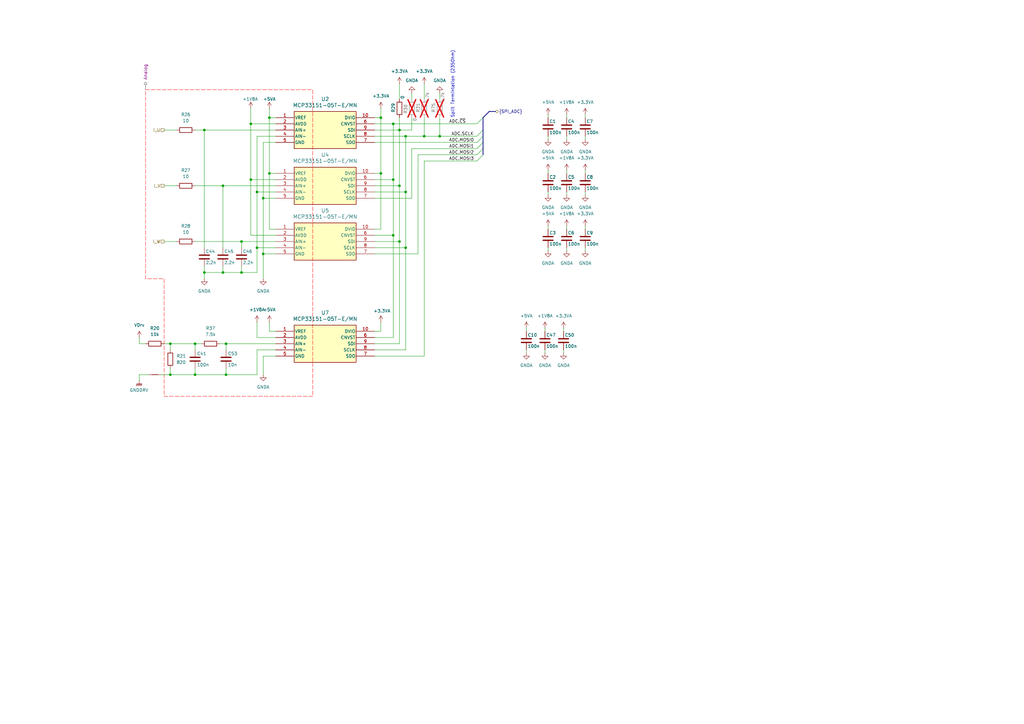
<source format=kicad_sch>
(kicad_sch (version 20250114) (generator "eeschema") (generator_version "9.0")
  (paper "A3")
  (title_block (title "ECMD7 Current + Voltage Feedback ADC") (date "2025-11-12") (rev "1.0"))
  (lib_symbols
    (symbol "Device:C" (pin_numbers (hide yes)) (pin_names (offset 0.254))
      (property "Reference" "C" (at 0.635 2.54 0))
      (property "Value" "C" (at 0.635 -2.54 0))
      (symbol "C_0_1"
        (polyline (pts (xy -2.032 0.762) (xy 2.032 0.762)) (stroke (width 0.508)))
        (polyline (pts (xy -2.032 -0.762) (xy 2.032 -0.762)) (stroke (width 0.508)))
      )
      (symbol "C_1_1"
        (pin passive line (at 0 3.81 270) (length 2.794) (name "~") (number "1"))
        (pin passive line (at 0 -3.81 90) (length 2.794) (name "~") (number "2"))
      )
    )
    (symbol "Device:NetTie_2" (pin_numbers (hide yes)) (pin_names (offset 0) (hide yes)) (in_bom no)
      (property "Reference" "NT" (at 0 1.27 0))
      (property "Value" "NetTie_2" (at 0 -1.27 0))
      (symbol "NetTie_2_0_1"
        (polyline (pts (xy -1.27 0) (xy 1.27 0)) (stroke (width 0.254)))
      )
      (symbol "NetTie_2_1_1"
        (pin passive line (at -2.54 0 0) (length 2.54) (name "1") (number "1"))
        (pin passive line (at 2.54 0 180) (length 2.54) (name "2") (number "2"))
      )
    )
    (symbol "Device:R" (pin_numbers (hide yes)) (pin_names (offset 0))
      (property "Reference" "R" (at 2.032 0 90))
      (property "Value" "R" (at 0 0 90))
      (symbol "R_0_1"
        (rectangle (start -1.016 -2.54) (end 1.016 2.54) (stroke (width 0.254)))
      )
      (symbol "R_1_1"
        (pin passive line (at 0 3.81 270) (length 1.27) (name "~") (number "1"))
        (pin passive line (at 0 -3.81 90) (length 1.27) (name "~") (number "2"))
      )
    )
    (symbol "SSTA:MCP33151-05T-E_MN" (pin_names (offset 0.254))
      (property "Reference" "U" (at 7.62 3.81 0))
      (property "Value" "MCP33151-05T-E/MN" (at 7.366 -14.478 0))
      (symbol "MCP33151-05T-E_MN_0_1"
        (pin power_in line (at 0 0 0) (length 7.62) (name "VREF") (number "1"))
        (pin power_in line (at 0 -2.54 0) (length 7.62) (name "AVDD") (number "2"))
        (pin power_in line (at 40.64 0 180) (length 7.62) (name "DVIO") (number "10"))
        (pin input line (at 40.64 -2.54 180) (length 7.62) (name "CNVST") (number "6"))
        (pin input line (at 40.64 -5.08 180) (length 7.62) (name "SDI") (number "9"))
        (pin input line (at 40.64 -7.62 180) (length 7.62) (name "SCLK") (number "8"))
        (pin output line (at 40.64 -10.16 180) (length 7.62) (name "SDO") (number "7"))
      )
      (symbol "MCP33151-05T-E_MN_1_1"
        (rectangle (start 7.62 2.54) (end 33.02 -12.7) (stroke (width 0.254)) (fill (type background)))
        (pin input line (at 0 -5.08 0) (length 7.62) (name "AIN+") (number "3"))
        (pin input line (at 0 -7.62 0) (length 7.62) (name "AIN-") (number "4"))
        (pin power_in line (at 0 -10.16 0) (length 7.62) (name "GND") (number "5"))
      )
    )
    (symbol "power:+3V3" (power) (pin_numbers (hide yes)) (pin_names (offset 0) (hide yes))
      (property "Value" "+3V3" (at 0 3.556 0))
      (symbol "+3V3_0_1"
        (polyline (pts (xy -0.762 1.27) (xy 0 2.54)))
        (polyline (pts (xy 0 2.54) (xy 0.762 1.27)))
        (polyline (pts (xy 0 0) (xy 0 2.54)))
      )
      (symbol "+3V3_1_1"
        (pin power_in line (at 0 0 90) (length 0) (name "~") (number "1"))
      )
    )
    (symbol "power:+5VA" (power) (pin_numbers (hide yes)) (pin_names (offset 0) (hide yes))
      (property "Value" "+5VA" (at 0 3.556 0))
      (symbol "+5VA_0_1"
        (polyline (pts (xy -0.762 1.27) (xy 0 2.54)))
        (polyline (pts (xy 0 2.54) (xy 0.762 1.27)))
        (polyline (pts (xy 0 0) (xy 0 2.54)))
      )
      (symbol "+5VA_1_1"
        (pin power_in line (at 0 0 90) (length 0) (name "~") (number "1"))
      )
    )
    (symbol "power:GNDA" (power) (pin_numbers (hide yes)) (pin_names (offset 0) (hide yes))
      (property "Value" "GNDA" (at 0 -3.81 0))
      (symbol "GNDA_0_1"
        (polyline (pts (xy 0 0) (xy 0 -1.27) (xy 1.27 -1.27) (xy 0 -2.54) (xy -1.27 -1.27) (xy 0 -1.27)))
      )
      (symbol "GNDA_1_1"
        (pin power_in line (at 0 0 270) (length 0) (name "~") (number "1"))
      )
    )
    (symbol "power:GNDPWR" (power) (pin_numbers (hide yes)) (pin_names (offset 0) (hide yes))
      (property "Value" "GNDPWR" (at 0 -3.302 0))
      (symbol "GNDPWR_0_1"
        (polyline (pts (xy -1.016 -1.27) (xy -1.27 -2.032) (xy -1.27 -2.032)) (stroke (width 0.2032)))
        (polyline (pts (xy -0.508 -1.27) (xy -0.762 -2.032) (xy -0.762 -2.032)) (stroke (width 0.2032)))
        (polyline (pts (xy 0 -1.27) (xy 0 0)))
        (polyline (pts (xy 0 -1.27) (xy -0.254 -2.032) (xy -0.254 -2.032)) (stroke (width 0.2032)))
        (polyline (pts (xy 0.508 -1.27) (xy 0.254 -2.032) (xy 0.254 -2.032)) (stroke (width 0.2032)))
        (polyline (pts (xy 1.016 -1.27) (xy -1.016 -1.27) (xy -1.016 -1.27)) (stroke (width 0.2032)))
        (polyline (pts (xy 1.016 -1.27) (xy 0.762 -2.032) (xy 0.762 -2.032) (xy 0.762 -2.032)) (stroke (width 0.2032)))
      )
      (symbol "GNDPWR_1_1"
        (pin power_in line (at 0 0 270) (length 0) (name "~") (number "1"))
      )
    )
    (symbol "power:Vdrive" (power) (pin_numbers (hide yes)) (pin_names (offset 0) (hide yes))
      (property "Value" "Vdrive" (at 0 3.556 0))
      (symbol "Vdrive_0_1"
        (polyline (pts (xy -0.762 1.27) (xy 0 2.54)))
        (polyline (pts (xy 0 2.54) (xy 0.762 1.27)))
        (polyline (pts (xy 0 0) (xy 0 2.54)))
      )
      (symbol "Vdrive_1_1"
        (pin power_in line (at 0 0 90) (length 0) (name "~") (number "1"))
      )
    )
  )
  (text "Split Termintation (235Ohm)" (at 185.674 34.544 90) (effects (font (size 1.27 1.27))))
  (junction (at 83.82 53.34))
  (junction (at 105.41 78.74))
  (junction (at 107.95 104.14))
  (junction (at 102.87 73.66))
  (junction (at 161.29 96.52))
  (junction (at 163.83 99.06))
  (junction (at 92.71 153.67))
  (junction (at 161.29 73.66))
  (junction (at 110.49 71.12))
  (junction (at 99.06 99.06))
  (junction (at 83.82 111.76))
  (junction (at 156.21 71.12))
  (junction (at 80.01 140.97))
  (junction (at 107.95 81.28))
  (junction (at 166.37 55.88))
  (junction (at 166.37 78.74))
  (junction (at 102.87 50.8))
  (junction (at 110.49 48.26))
  (junction (at 161.29 50.8))
  (junction (at 163.83 53.34))
  (junction (at 163.83 76.2))
  (junction (at 156.21 48.26))
  (junction (at 80.01 153.67))
  (junction (at 166.37 101.6))
  (junction (at 99.06 111.76))
  (junction (at 92.71 140.97))
  (junction (at 180.34 55.88))
  (junction (at 69.85 153.67))
  (junction (at 173.99 55.88))
  (junction (at 91.44 76.2))
  (junction (at 69.85 140.97))
  (junction (at 105.41 101.6))
  (junction (at 91.44 111.76))
  (bus_entry (at 198.12 53.34) (size -2.54 2.54))
  (bus_entry (at 198.12 58.42) (size -2.54 2.54))
  (bus_entry (at 198.12 48.26) (size -2.54 2.54))
  (bus_entry (at 198.12 60.96) (size -2.54 2.54))
  (bus_entry (at 198.12 63.5) (size -2.54 2.54))
  (bus_entry (at 198.12 55.88) (size -2.54 2.54))
  (wire (pts (xy 153.67 93.98) (xy 156.21 93.98)))
  (wire (pts (xy 113.03 99.06) (xy 99.06 99.06)))
  (wire (pts (xy 105.41 111.76) (xy 105.41 101.6)))
  (wire (pts (xy 69.85 140.97) (xy 69.85 143.51)))
  (wire (pts (xy 105.41 78.74) (xy 113.03 78.74)))
  (wire (pts (xy 232.41 101.6) (xy 232.41 102.87)))
  (bus (pts (xy 200.66 45.72) (xy 203.2 45.72)))
  (wire (pts (xy 153.67 48.26) (xy 156.21 48.26)))
  (wire (pts (xy 240.03 55.88) (xy 240.03 57.15)))
  (wire (pts (xy 91.44 109.22) (xy 91.44 111.76)))
  (wire (pts (xy 105.41 153.67) (xy 92.71 153.67)))
  (wire (pts (xy 105.41 143.51) (xy 105.41 153.67)))
  (wire (pts (xy 240.03 101.6) (xy 240.03 102.87)))
  (wire (pts (xy 215.9 134.62) (xy 215.9 135.89)))
  (wire (pts (xy 105.41 55.88) (xy 105.41 78.74)))
  (wire (pts (xy 107.95 104.14) (xy 113.03 104.14)))
  (wire (pts (xy 107.95 104.14) (xy 107.95 114.3)))
  (wire (pts (xy 168.91 53.34) (xy 163.83 53.34)))
  (bus (pts (xy 198.12 55.88) (xy 198.12 58.42)))
  (wire (pts (xy 224.79 55.88) (xy 224.79 57.15)))
  (wire (pts (xy 153.67 140.97) (xy 163.83 140.97)))
  (wire (pts (xy 113.03 55.88) (xy 105.41 55.88)))
  (wire (pts (xy 105.41 78.74) (xy 105.41 101.6)))
  (wire (pts (xy 163.83 99.06) (xy 163.83 76.2)))
  (wire (pts (xy 91.44 76.2) (xy 91.44 101.6)))
  (wire (pts (xy 83.82 53.34) (xy 83.82 101.6)))
  (wire (pts (xy 92.71 151.13) (xy 92.71 153.67)))
  (wire (pts (xy 168.91 48.26) (xy 168.91 53.34)))
  (wire (pts (xy 232.41 46.99) (xy 232.41 48.26)))
  (wire (pts (xy 232.41 78.74) (xy 232.41 80.01)))
  (wire (pts (xy 92.71 140.97) (xy 92.71 143.51)))
  (wire (pts (xy 153.67 146.05) (xy 173.99 146.05)))
  (wire (pts (xy 166.37 55.88) (xy 173.99 55.88)))
  (wire (pts (xy 232.41 92.71) (xy 232.41 93.98)))
  (wire (pts (xy 240.03 46.99) (xy 240.03 48.26)))
  (wire (pts (xy 173.99 34.29) (xy 173.99 40.64)))
  (wire (pts (xy 99.06 99.06) (xy 99.06 101.6)))
  (wire (pts (xy 232.41 55.88) (xy 232.41 57.15)))
  (wire (pts (xy 223.52 134.62) (xy 223.52 135.89)))
  (wire (pts (xy 231.14 143.51) (xy 231.14 144.78)))
  (wire (pts (xy 163.83 53.34) (xy 153.67 53.34)))
  (wire (pts (xy 224.79 69.85) (xy 224.79 71.12)))
  (wire (pts (xy 83.82 114.3) (xy 83.82 111.76)))
  (wire (pts (xy 232.41 69.85) (xy 232.41 71.12)))
  (wire (pts (xy 240.03 92.71) (xy 240.03 93.98)))
  (wire (pts (xy 173.99 48.26) (xy 173.99 55.88)))
  (wire (pts (xy 102.87 50.8) (xy 113.03 50.8)))
  (wire (pts (xy 80.01 140.97) (xy 69.85 140.97)))
  (wire (pts (xy 110.49 71.12) (xy 110.49 93.98)))
  (wire (pts (xy 113.03 58.42) (xy 107.95 58.42)))
  (wire (pts (xy 163.83 34.29) (xy 163.83 40.64)))
  (wire (pts (xy 67.31 53.34) (xy 72.39 53.34)))
  (wire (pts (xy 153.67 99.06) (xy 163.83 99.06)))
  (wire (pts (xy 67.31 99.06) (xy 72.39 99.06)))
  (wire (pts (xy 166.37 78.74) (xy 166.37 55.88)))
  (wire (pts (xy 173.99 66.04) (xy 195.58 66.04)))
  (wire (pts (xy 153.67 58.42) (xy 195.58 58.42)))
  (wire (pts (xy 171.45 63.5) (xy 195.58 63.5)))
  (wire (pts (xy 57.15 156.21) (xy 57.15 153.67)))
  (wire (pts (xy 156.21 48.26) (xy 156.21 71.12)))
  (wire (pts (xy 110.49 48.26) (xy 113.03 48.26)))
  (wire (pts (xy 161.29 96.52) (xy 153.67 96.52)))
  (wire (pts (xy 105.41 143.51) (xy 113.03 143.51)))
  (wire (pts (xy 173.99 146.05) (xy 173.99 66.04)))
  (wire (pts (xy 69.85 153.67) (xy 80.01 153.67)))
  (wire (pts (xy 102.87 50.8) (xy 102.87 73.66)))
  (wire (pts (xy 180.34 48.26) (xy 180.34 55.88)))
  (wire (pts (xy 156.21 44.45) (xy 156.21 48.26)))
  (wire (pts (xy 107.95 81.28) (xy 107.95 104.14)))
  (wire (pts (xy 110.49 71.12) (xy 113.03 71.12)))
  (wire (pts (xy 153.67 50.8) (xy 161.29 50.8)))
  (wire (pts (xy 224.79 46.99) (xy 224.79 48.26)))
  (wire (pts (xy 91.44 111.76) (xy 99.06 111.76)))
  (wire (pts (xy 231.14 134.62) (xy 231.14 135.89)))
  (wire (pts (xy 107.95 58.42) (xy 107.95 81.28)))
  (wire (pts (xy 107.95 81.28) (xy 113.03 81.28)))
  (wire (pts (xy 153.67 135.89) (xy 156.21 135.89)))
  (wire (pts (xy 105.41 101.6) (xy 113.03 101.6)))
  (wire (pts (xy 92.71 140.97) (xy 113.03 140.97)))
  (wire (pts (xy 180.34 38.1) (xy 180.34 40.64)))
  (wire (pts (xy 57.15 138.43) (xy 57.15 140.97)))
  (wire (pts (xy 153.67 104.14) (xy 171.45 104.14)))
  (wire (pts (xy 80.01 53.34) (xy 83.82 53.34)))
  (wire (pts (xy 67.31 140.97) (xy 69.85 140.97)))
  (wire (pts (xy 83.82 111.76) (xy 91.44 111.76)))
  (wire (pts (xy 171.45 104.14) (xy 171.45 63.5)))
  (bus (pts (xy 200.66 45.72) (xy 198.12 48.26)))
  (wire (pts (xy 107.95 146.05) (xy 113.03 146.05)))
  (wire (pts (xy 173.99 55.88) (xy 180.34 55.88)))
  (bus (pts (xy 198.12 60.96) (xy 198.12 63.5)))
  (wire (pts (xy 153.67 78.74) (xy 166.37 78.74)))
  (wire (pts (xy 57.15 140.97) (xy 59.69 140.97)))
  (wire (pts (xy 153.67 73.66) (xy 161.29 73.66)))
  (wire (pts (xy 107.95 146.05) (xy 107.95 153.67)))
  (wire (pts (xy 67.31 76.2) (xy 72.39 76.2)))
  (wire (pts (xy 83.82 53.34) (xy 113.03 53.34)))
  (wire (pts (xy 80.01 140.97) (xy 80.01 143.51)))
  (wire (pts (xy 99.06 111.76) (xy 105.41 111.76)))
  (wire (pts (xy 153.67 101.6) (xy 166.37 101.6)))
  (wire (pts (xy 163.83 76.2) (xy 163.83 53.34)))
  (wire (pts (xy 153.67 71.12) (xy 156.21 71.12)))
  (wire (pts (xy 91.44 76.2) (xy 113.03 76.2)))
  (wire (pts (xy 113.03 93.98) (xy 110.49 93.98)))
  (wire (pts (xy 153.67 81.28) (xy 168.91 81.28)))
  (wire (pts (xy 105.41 132.08) (xy 105.41 138.43)))
  (wire (pts (xy 163.83 48.26) (xy 163.83 53.34)))
  (wire (pts (xy 180.34 55.88) (xy 195.58 55.88)))
  (wire (pts (xy 83.82 109.22) (xy 83.82 111.76)))
  (wire (pts (xy 80.01 99.06) (xy 99.06 99.06)))
  (bus (pts (xy 198.12 48.26) (xy 198.12 53.34)))
  (wire (pts (xy 102.87 44.45) (xy 102.87 50.8)))
  (wire (pts (xy 168.91 40.64) (xy 168.91 38.1)))
  (wire (pts (xy 161.29 50.8) (xy 195.58 50.8)))
  (wire (pts (xy 161.29 73.66) (xy 161.29 96.52)))
  (wire (pts (xy 223.52 143.51) (xy 223.52 144.78)))
  (wire (pts (xy 110.49 132.08) (xy 110.49 135.89)))
  (wire (pts (xy 102.87 73.66) (xy 102.87 96.52)))
  (wire (pts (xy 166.37 143.51) (xy 166.37 101.6)))
  (wire (pts (xy 105.41 138.43) (xy 113.03 138.43)))
  (wire (pts (xy 240.03 69.85) (xy 240.03 71.12)))
  (wire (pts (xy 82.55 140.97) (xy 80.01 140.97)))
  (wire (pts (xy 80.01 153.67) (xy 92.71 153.67)))
  (wire (pts (xy 80.01 76.2) (xy 91.44 76.2)))
  (wire (pts (xy 224.79 92.71) (xy 224.79 93.98)))
  (bus (pts (xy 198.12 53.34) (xy 198.12 55.88)))
  (wire (pts (xy 80.01 151.13) (xy 80.01 153.67)))
  (wire (pts (xy 153.67 76.2) (xy 163.83 76.2)))
  (bus (pts (xy 198.12 58.42) (xy 198.12 60.96)))
  (wire (pts (xy 161.29 50.8) (xy 161.29 73.66)))
  (wire (pts (xy 110.49 48.26) (xy 110.49 71.12)))
  (wire (pts (xy 166.37 55.88) (xy 153.67 55.88)))
  (wire (pts (xy 156.21 135.89) (xy 156.21 132.08)))
  (wire (pts (xy 168.91 81.28) (xy 168.91 60.96)))
  (wire (pts (xy 113.03 96.52) (xy 102.87 96.52)))
  (wire (pts (xy 90.17 140.97) (xy 92.71 140.97)))
  (wire (pts (xy 66.04 153.67) (xy 69.85 153.67)))
  (wire (pts (xy 215.9 143.51) (xy 215.9 144.78)))
  (wire (pts (xy 153.67 138.43) (xy 161.29 138.43)))
  (wire (pts (xy 224.79 78.74) (xy 224.79 80.01)))
  (wire (pts (xy 166.37 101.6) (xy 166.37 78.74)))
  (wire (pts (xy 102.87 73.66) (xy 113.03 73.66)))
  (wire (pts (xy 57.15 153.67) (xy 60.96 153.67)))
  (wire (pts (xy 161.29 138.43) (xy 161.29 96.52)))
  (wire (pts (xy 99.06 109.22) (xy 99.06 111.76)))
  (wire (pts (xy 153.67 143.51) (xy 166.37 143.51)))
  (wire (pts (xy 163.83 140.97) (xy 163.83 99.06)))
  (wire (pts (xy 69.85 153.67) (xy 69.85 151.13)))
  (wire (pts (xy 156.21 71.12) (xy 156.21 93.98)))
  (wire (pts (xy 224.79 101.6) (xy 224.79 102.87)))
  (wire (pts (xy 240.03 78.74) (xy 240.03 80.01)))
  (wire (pts (xy 110.49 135.89) (xy 113.03 135.89)))
  (wire (pts (xy 168.91 60.96) (xy 195.58 60.96)))
  (wire (pts (xy 110.49 48.26) (xy 110.49 44.45)))
  (label "ADC.~{CS}" (at 184.15 50.8 0))
  (label "ADC.SCLK" (at 194.31 55.88 180))
  (label "ADC.MOSI2" (at 184.15 63.5 0))
  (label "ADC.MOSI3" (at 184.15 66.04 0))
  (label "ADC.MOSI0" (at 184.15 58.42 0))
  (label "ADC.MOSI1" (at 184.15 60.96 0))
  (hierarchical_label "{SPI_ADC}" (shape bidirectional) (at 203.2 45.72 0))
  (hierarchical_label "I_W" (shape passive) (at 67.31 99.06 180))
  (hierarchical_label "I_V" (shape passive) (at 67.31 76.2 180))
  (hierarchical_label "I_U" (shape passive) (at 67.31 53.34 180))
  (rule_area (polyline (pts (xy 59.69 36.83) (xy 128.27 36.83) (xy 128.27 162.56) (xy 67.31 162.56) (xy 67.31 114.3) (xy 59.69 114.3)) (stroke (width 0) (type dash))))
  (netclass_flag "" (length 2.54) (shape round) (at 59.69 36.83 0) (property "Netclass" "Analog" (at 59.69 32.766 90) (effects (justify left))))
  (symbol (lib_id "power:+3V3") (at 163.83 34.29 0) (unit 1)
    (property "Reference" "#PWR081" (effects (hide yes)))
    (property "Value" "+3.3VA" (at 163.83 29.21 0))
    (property "Description" "Power symbol creates a global label with name \"+3V3\"" (effects (hide yes)))
  )
  (symbol (lib_id "power:+3V3") (at 173.99 34.29 0) (unit 1)
    (property "Reference" "#PWR086" (effects (hide yes)))
    (property "Value" "+3.3VA" (at 173.99 29.21 0))
    (property "Description" "Power symbol creates a global label with name \"+3V3\"" (effects (hide yes)))
  )
  (symbol (lib_id "Device:R") (at 76.2 99.06 90) (unit 1)
    (property "Reference" "R28" (at 76.2 92.71 90))
    (property "Value" "10" (at 76.2 95.25 90))
    (property "Footprint" "Resistor_SMD:R_0805_2012Metric" (effects (hide yes)))
    (property "Description" "Resistor" (effects (hide yes)))
  )
  (symbol (lib_id "Device:C") (at 91.44 105.41 0) (unit 1) (exclude_from_sim yes)
    (property "Reference" "C45" (at 91.948 103.124 0) (effects (justify left)))
    (property "Value" "2.2n" (at 91.948 107.696 0) (effects (justify left)))
    (property "Footprint" "Capacitor_SMD:C_0805_2012Metric" (effects (hide yes)))
    (property "Description" "Unpolarized capacitor" (effects (hide yes)))
  )
  (symbol (lib_id "power:+5VA") (at 232.41 46.99 0) (unit 1)
    (property "Reference" "#PWR012" (effects (hide yes)))
    (property "Value" "+1V8A" (at 232.41 41.91 0))
    (property "Description" "Power symbol creates a global label with name \"+5VA\"" (effects (hide yes)))
  )
  (symbol (lib_id "Device:C") (at 240.03 74.93 0) (unit 1) (exclude_from_sim yes)
    (property "Reference" "C8" (at 240.538 72.644 0) (effects (justify left)))
    (property "Value" "100n" (at 240.538 77.216 0) (effects (justify left)))
    (property "Footprint" "Capacitor_SMD:C_0805_2012Metric" (effects (hide yes)))
    (property "Description" "Unpolarized capacitor" (effects (hide yes)))
  )
  (symbol (lib_id "Device:R") (at 63.5 140.97 90) (unit 1) (exclude_from_sim yes)
    (property "Reference" "R20" (at 63.5 134.62 90))
    (property "Value" "10k" (at 63.5 137.16 90))
    (property "Footprint" "Resistor_SMD:R_0805_2012Metric" (effects (hide yes)))
    (property "Description" "Resistor" (effects (hide yes)))
  )
  (symbol (lib_id "Device:R") (at 168.91 44.45 0) (mirror y) (unit 1) (exclude_from_sim yes) (dnp yes)
    (property "Reference" "R30" (at 166.37 44.704 90))
    (property "Value" "0" (at 170.18 49.022 90))
    (property "Footprint" "Resistor_SMD:R_0805_2012Metric" (effects (hide yes)))
    (property "Description" "Resistor" (effects (hide yes)))
  )
  (symbol (lib_id "power:+5VA") (at 232.41 69.85 0) (unit 1)
    (property "Reference" "#PWR014" (effects (hide yes)))
    (property "Value" "+1V8A" (at 232.41 64.77 0))
    (property "Description" "Power symbol creates a global label with name \"+5VA\"" (effects (hide yes)))
  )
  (symbol (lib_id "power:GNDA") (at 107.95 153.67 0) (unit 1)
    (property "Reference" "#PWR083" (effects (hide yes)))
    (property "Value" "GNDA" (at 107.95 158.75 0))
    (property "Description" "Power symbol creates a global label with name \"GNDA\" , analog ground" (effects (hide yes)))
  )
  (symbol (lib_id "power:GNDA") (at 240.03 57.15 0) (unit 1)
    (property "Reference" "#PWR06" (effects (hide yes)))
    (property "Value" "GNDA" (at 240.03 62.23 0))
    (property "Description" "Power symbol creates a global label with name \"GNDA\" , analog ground" (effects (hide yes)))
  )
  (symbol (lib_id "Device:C") (at 224.79 74.93 0) (unit 1) (exclude_from_sim yes)
    (property "Reference" "C2" (at 225.298 72.644 0) (effects (justify left)))
    (property "Value" "100n" (at 225.298 77.216 0) (effects (justify left)))
    (property "Footprint" "Capacitor_SMD:C_0805_2012Metric" (effects (hide yes)))
    (property "Description" "Unpolarized capacitor" (effects (hide yes)))
  )
  (symbol (lib_id "Device:R") (at 69.85 147.32 0) (unit 1) (exclude_from_sim yes)
    (property "Reference" "R21" (at 72.39 146.0499 0) (effects (justify left)))
    (property "Value" "820" (at 72.39 148.5899 0) (effects (justify left)))
    (property "Footprint" "Resistor_SMD:R_0805_2012Metric" (effects (hide yes)))
    (property "Description" "Resistor" (effects (hide yes)))
  )
  (symbol (lib_id "power:GNDA") (at 224.79 102.87 0) (unit 1)
    (property "Reference" "#PWR075" (effects (hide yes)))
    (property "Value" "GNDA" (at 224.79 107.95 0))
    (property "Description" "Power symbol creates a global label with name \"GNDA\" , analog ground" (effects (hide yes)))
  )
  (symbol (lib_id "power:GNDPWR") (at 57.15 156.21 0) (unit 1)
    (property "Reference" "#PWR0139" (effects (hide yes)))
    (property "Value" "GNDDRV" (at 57.023 160.02 0))
    (property "Description" "Power symbol creates a global label with name \"GNDPWR\" , global ground" (effects (hide yes)))
  )
  (symbol (lib_id "power:+5VA") (at 232.41 92.71 0) (unit 1)
    (property "Reference" "#PWR074" (effects (hide yes)))
    (property "Value" "+1V8A" (at 232.41 87.63 0))
    (property "Description" "Power symbol creates a global label with name \"+5VA\"" (effects (hide yes)))
  )
  (symbol (lib_id "Device:NetTie_2") (at 63.5 153.67 180) (unit 1) (in_bom no)
    (property "Reference" "NTP2G3" (effects (hide yes)))
    (property "Value" "NetTie_2" (effects (hide yes)))
    (property "Footprint" "NetTie:NetTie-2_SMD_Pad0.5mm" (effects (hide yes)))
    (property "Description" "Net tie, 2 pins" (effects (hide yes)))
  )
  (symbol (lib_id "Device:C") (at 240.03 52.07 0) (unit 1) (exclude_from_sim yes)
    (property "Reference" "C7" (at 240.538 49.784 0) (effects (justify left)))
    (property "Value" "100n" (at 240.538 54.356 0) (effects (justify left)))
    (property "Footprint" "Capacitor_SMD:C_0805_2012Metric" (effects (hide yes)))
    (property "Description" "Unpolarized capacitor" (effects (hide yes)))
  )
  (symbol (lib_id "power:GNDA") (at 232.41 80.01 0) (unit 1)
    (property "Reference" "#PWR068" (effects (hide yes)))
    (property "Value" "GNDA" (at 232.41 85.09 0))
    (property "Description" "Power symbol creates a global label with name \"GNDA\" , analog ground" (effects (hide yes)))
  )
  (symbol (lib_id "Device:C") (at 224.79 97.79 0) (unit 1) (exclude_from_sim yes)
    (property "Reference" "C3" (at 225.298 95.504 0) (effects (justify left)))
    (property "Value" "100n" (at 225.298 100.076 0) (effects (justify left)))
    (property "Footprint" "Capacitor_SMD:C_0805_2012Metric" (effects (hide yes)))
    (property "Description" "Unpolarized capacitor" (effects (hide yes)))
  )
  (symbol (lib_id "Device:C") (at 232.41 74.93 0) (unit 1) (exclude_from_sim yes)
    (property "Reference" "C5" (at 232.918 72.644 0) (effects (justify left)))
    (property "Value" "100n" (at 232.918 77.216 0) (effects (justify left)))
    (property "Footprint" "Capacitor_SMD:C_0805_2012Metric" (effects (hide yes)))
    (property "Description" "Unpolarized capacitor" (effects (hide yes)))
  )
  (symbol (lib_id "power:GNDA") (at 180.34 38.1 180) (unit 1)
    (property "Reference" "#PWR079" (effects (hide yes)))
    (property "Value" "GNDA" (at 180.34 33.02 0))
    (property "Description" "Power symbol creates a global label with name \"GNDA\" , analog ground" (effects (hide yes)))
  )
  (symbol (lib_id "Device:R") (at 173.99 44.45 180) (unit 1) (exclude_from_sim yes) (dnp yes)
    (property "Reference" "R31" (at 171.45 44.196 90))
    (property "Value" "4.7k" (at 175.26 39.878 90))
    (property "Footprint" "Resistor_SMD:R_0805_2012Metric" (effects (hide yes)))
    (property "Description" "Resistor" (effects (hide yes)))
  )
  (symbol (lib_id "power:GNDA") (at 240.03 102.87 0) (unit 1)
    (property "Reference" "#PWR080" (effects (hide yes)))
    (property "Value" "GNDA" (at 240.03 107.95 0))
    (property "Description" "Power symbol creates a global label with name \"GNDA\" , analog ground" (effects (hide yes)))
  )
  (symbol (lib_id "power:GNDA") (at 224.79 57.15 0) (unit 1)
    (property "Reference" "#PWR03" (effects (hide yes)))
    (property "Value" "GNDA" (at 224.79 62.23 0))
    (property "Description" "Power symbol creates a global label with name \"GNDA\" , analog ground" (effects (hide yes)))
  )
  (symbol (lib_id "power:+3V3") (at 156.21 132.08 0) (unit 1)
    (property "Reference" "#PWR0110" (effects (hide yes)))
    (property "Value" "+3.3VA" (at 153.162 127.508 0) (effects (justify left)))
    (property "Description" "Power symbol creates a global label with name \"+3V3\"" (effects (hide yes)))
  )
  (symbol (lib_id "Device:C") (at 215.9 139.7 0) (unit 1) (exclude_from_sim yes)
    (property "Reference" "C10" (at 216.408 137.414 0) (effects (justify left)))
    (property "Value" "100n" (at 216.408 141.986 0) (effects (justify left)))
    (property "Footprint" "Capacitor_SMD:C_0805_2012Metric" (effects (hide yes)))
    (property "Description" "Unpolarized capacitor" (effects (hide yes)))
  )
  (symbol (lib_id "power:GNDA") (at 224.79 80.01 0) (unit 1)
    (property "Reference" "#PWR013" (effects (hide yes)))
    (property "Value" "GNDA" (at 224.79 85.09 0))
    (property "Description" "Power symbol creates a global label with name \"GNDA\" , analog ground" (effects (hide yes)))
  )
  (symbol (lib_id "power:+5VA") (at 110.49 132.08 0) (unit 1)
    (property "Reference" "#PWR091" (effects (hide yes)))
    (property "Value" "+5VA" (at 110.49 127 0))
    (property "Description" "Power symbol creates a global label with name \"+5VA\"" (effects (hide yes)))
  )
  (symbol (lib_id "power:GNDA") (at 83.82 114.3 0) (unit 1)
    (property "Reference" "#PWR0105" (effects (hide yes)))
    (property "Value" "GNDA" (at 83.82 119.38 0))
    (property "Description" "Power symbol creates a global label with name \"GNDA\" , analog ground" (effects (hide yes)))
  )
  (symbol (lib_id "SSTA:MCP33151-05T-E_MN") (at 113.03 48.26 0) (unit 1)
    (property "Reference" "U2" (at 133.35 40.64 0) (effects (font (size 1.524 1.524))))
    (property "Value" "MCP33151-05T-E/MN" (at 133.35 43.18 0) (effects (font (size 1.524 1.524))))
    (property "Footprint" "SSTA:TDFN10_MN_MCH" (effects (hide yes)))
    (property "Datasheet" "https://ww1.microchip.com/downloads/aemDocuments/documents/MSLD/ProductDocuments/DataSheets/MCP3315141-Data-Sheet-DS20006220.pdf" (effects (hide yes)))
    (property "Description" "500kS/s-1MS/s single channel ADC" (effects (hide yes)))
  )
  (symbol (lib_id "power:+3V3") (at 156.21 44.45 0) (unit 1)
    (property "Reference" "#PWR076" (effects (hide yes)))
    (property "Value" "+3.3VA" (at 156.21 39.37 0))
    (property "Description" "Power symbol creates a global label with name \"+3V3\"" (effects (hide yes)))
  )
  (symbol (lib_id "power:+3V3") (at 231.14 134.62 0) (unit 1)
    (property "Reference" "#PWR0107" (effects (hide yes)))
    (property "Value" "+3.3VA" (at 231.14 129.54 0))
    (property "Description" "Power symbol creates a global label with name \"+3V3\"" (effects (hide yes)))
  )
  (symbol (lib_id "power:Vdrive") (at 57.15 138.43 0) (unit 1) (exclude_from_sim yes)
    (property "Reference" "#PWR0226" (effects (hide yes)))
    (property "Value" "VDrv" (at 57.15 133.35 0))
    (property "Description" "Power symbol creates a global label with name \"Vdrive\"" (effects (hide yes)))
  )
  (symbol (lib_id "power:GNDA") (at 232.41 102.87 0) (unit 1)
    (property "Reference" "#PWR078" (effects (hide yes)))
    (property "Value" "GNDA" (at 232.41 107.95 0))
    (property "Description" "Power symbol creates a global label with name \"GNDA\" , analog ground" (effects (hide yes)))
  )
  (symbol (lib_id "power:+5VA") (at 110.49 44.45 0) (unit 1)
    (property "Reference" "#PWR09" (effects (hide yes)))
    (property "Value" "+5VA" (at 110.49 40.64 0))
    (property "Description" "Power symbol creates a global label with name \"+5VA\"" (effects (hide yes)))
  )
  (symbol (lib_id "Device:C") (at 99.06 105.41 0) (unit 1) (exclude_from_sim yes)
    (property "Reference" "C46" (at 99.568 103.124 0) (effects (justify left)))
    (property "Value" "2.2n" (at 99.568 107.696 0) (effects (justify left)))
    (property "Footprint" "Capacitor_SMD:C_0805_2012Metric" (effects (hide yes)))
    (property "Description" "Unpolarized capacitor" (effects (hide yes)))
  )
  (symbol (lib_id "power:+3V3") (at 240.03 46.99 0) (unit 1)
    (property "Reference" "#PWR087" (effects (hide yes)))
    (property "Value" "+3.3VA" (at 240.03 41.91 0))
    (property "Description" "Power symbol creates a global label with name \"+3V3\"" (effects (hide yes)))
  )
  (symbol (lib_id "Device:R") (at 180.34 44.45 180) (unit 1) (exclude_from_sim yes) (dnp yes)
    (property "Reference" "R75" (at 177.8 44.196 90))
    (property "Value" "4.7k" (at 181.61 39.878 90))
    (property "Footprint" "Resistor_SMD:R_0805_2012Metric" (effects (hide yes)))
    (property "Description" "Resistor" (effects (hide yes)))
  )
  (symbol (lib_id "power:+5VA") (at 215.9 134.62 0) (unit 1) (exclude_from_sim yes)
    (property "Reference" "#PWR092" (effects (hide yes)))
    (property "Value" "+5VA" (at 215.9 129.54 0))
    (property "Description" "Power symbol creates a global label with name \"+5VA\"" (effects (hide yes)))
  )
  (symbol (lib_id "Device:C") (at 232.41 97.79 0) (unit 1) (exclude_from_sim yes)
    (property "Reference" "C6" (at 232.918 95.504 0) (effects (justify left)))
    (property "Value" "100n" (at 232.918 100.076 0) (effects (justify left)))
    (property "Footprint" "Capacitor_SMD:C_0805_2012Metric" (effects (hide yes)))
    (property "Description" "Unpolarized capacitor" (effects (hide yes)))
  )
  (symbol (lib_id "Device:R") (at 76.2 76.2 90) (unit 1)
    (property "Reference" "R27" (at 76.2 69.85 90))
    (property "Value" "10" (at 76.2 72.39 90))
    (property "Footprint" "Resistor_SMD:R_0805_2012Metric" (effects (hide yes)))
    (property "Description" "Resistor" (effects (hide yes)))
  )
  (symbol (lib_id "power:GNDA") (at 231.14 144.78 0) (unit 1)
    (property "Reference" "#PWR099" (effects (hide yes)))
    (property "Value" "GNDA" (at 231.14 149.86 0))
    (property "Description" "Power symbol creates a global label with name \"GNDA\" , analog ground" (effects (hide yes)))
  )
  (symbol (lib_id "power:+5VA") (at 102.87 44.45 0) (unit 1)
    (property "Reference" "#PWR011" (effects (hide yes)))
    (property "Value" "+1V8A" (at 102.616 40.64 0))
    (property "Description" "Power symbol creates a global label with name \"+5VA\"" (effects (hide yes)))
  )
  (symbol (lib_id "Device:R") (at 163.83 44.45 180) (unit 1) (exclude_from_sim yes)
    (property "Reference" "R29" (at 161.29 44.196 90))
    (property "Value" "0" (at 165.1 39.878 90))
    (property "Footprint" "Resistor_SMD:R_0805_2012Metric" (effects (hide yes)))
    (property "Description" "Resistor" (effects (hide yes)))
  )
  (symbol (lib_id "power:+5VA") (at 224.79 69.85 0) (unit 1)
    (property "Reference" "#PWR02" (effects (hide yes)))
    (property "Value" "+5VA" (at 224.79 64.77 0))
    (property "Description" "Power symbol creates a global label with name \"+5VA\"" (effects (hide yes)))
  )
  (symbol (lib_id "power:+3V3") (at 240.03 92.71 0) (unit 1)
    (property "Reference" "#PWR0104" (effects (hide yes)))
    (property "Value" "+3.3VA" (at 240.03 87.63 0))
    (property "Description" "Power symbol creates a global label with name \"+3V3\"" (effects (hide yes)))
  )
  (symbol (lib_id "power:+5VA") (at 105.41 132.08 0) (unit 1)
    (property "Reference" "#PWR089" (effects (hide yes)))
    (property "Value" "+1V8A" (at 105.41 127 0))
    (property "Description" "Power symbol creates a global label with name \"+5VA\"" (effects (hide yes)))
  )
  (symbol (lib_id "power:GNDA") (at 240.03 80.01 0) (unit 1)
    (property "Reference" "#PWR073" (effects (hide yes)))
    (property "Value" "GNDA" (at 240.03 85.09 0))
    (property "Description" "Power symbol creates a global label with name \"GNDA\" , analog ground" (effects (hide yes)))
  )
  (symbol (lib_id "power:+3V3") (at 240.03 69.85 0) (unit 1)
    (property "Reference" "#PWR088" (effects (hide yes)))
    (property "Value" "+3.3VA" (at 240.03 64.77 0))
    (property "Description" "Power symbol creates a global label with name \"+3V3\"" (effects (hide yes)))
  )
  (symbol (lib_id "Device:C") (at 83.82 105.41 0) (unit 1) (exclude_from_sim yes)
    (property "Reference" "C44" (at 84.328 103.124 0) (effects (justify left)))
    (property "Value" "2.2n" (at 84.328 107.696 0) (effects (justify left)))
    (property "Footprint" "Capacitor_SMD:C_0805_2012Metric" (effects (hide yes)))
    (property "Description" "Unpolarized capacitor" (effects (hide yes)))
  )
  (symbol (lib_id "Device:C") (at 231.14 139.7 0) (unit 1) (exclude_from_sim yes)
    (property "Reference" "C50" (at 231.648 137.414 0) (effects (justify left)))
    (property "Value" "100n" (at 231.648 141.986 0) (effects (justify left)))
    (property "Footprint" "Capacitor_SMD:C_0805_2012Metric" (effects (hide yes)))
    (property "Description" "Unpolarized capacitor" (effects (hide yes)))
  )
  (symbol (lib_id "power:GNDA") (at 215.9 144.78 0) (unit 1)
    (property "Reference" "#PWR082" (effects (hide yes)))
    (property "Value" "GNDA" (at 215.9 149.86 0))
    (property "Description" "Power symbol creates a global label with name \"GNDA\" , analog ground" (effects (hide yes)))
  )
  (symbol (lib_id "power:GNDA") (at 223.52 144.78 0) (unit 1)
    (property "Reference" "#PWR093" (effects (hide yes)))
    (property "Value" "GNDA" (at 223.52 149.86 0))
    (property "Description" "Power symbol creates a global label with name \"GNDA\" , analog ground" (effects (hide yes)))
  )
  (symbol (lib_id "SSTA:MCP33151-05T-E_MN") (at 113.03 71.12 0) (unit 1)
    (property "Reference" "U4" (at 133.35 63.5 0) (effects (font (size 1.524 1.524))))
    (property "Value" "MCP33151-05T-E/MN" (at 133.35 66.04 0) (effects (font (size 1.524 1.524))))
    (property "Footprint" "SSTA:TDFN10_MN_MCH" (effects (hide yes)))
    (property "Datasheet" "https://ww1.microchip.com/downloads/aemDocuments/documents/MSLD/ProductDocuments/DataSheets/MCP3315141-Data-Sheet-DS20006220.pdf" (effects (hide yes)))
    (property "Description" "500kS/s-1MS/s single channel ADC" (effects (hide yes)))
  )
  (symbol (lib_id "power:GNDA") (at 168.91 38.1 180) (unit 1)
    (property "Reference" "#PWR077" (effects (hide yes)))
    (property "Value" "GNDA" (at 168.91 33.02 0))
    (property "Description" "Power symbol creates a global label with name \"GNDA\" , analog ground" (effects (hide yes)))
  )
  (symbol (lib_id "SSTA:MCP33151-05T-E_MN") (at 113.03 135.89 0) (unit 1)
    (property "Reference" "U7" (at 133.35 128.27 0) (effects (font (size 1.524 1.524))))
    (property "Value" "MCP33151-05T-E/MN" (at 133.35 130.81 0) (effects (font (size 1.524 1.524))))
    (property "Footprint" "SSTA:TDFN10_MN_MCH" (effects (hide yes)))
    (property "Datasheet" "https://ww1.microchip.com/downloads/aemDocuments/documents/MSLD/ProductDocuments/DataSheets/MCP3315141-Data-Sheet-DS20006220.pdf" (effects (hide yes)))
    (property "Description" "500kS/s-1MS/s single channel ADC" (effects (hide yes)))
  )
  (symbol (lib_id "Device:R") (at 76.2 53.34 90) (unit 1)
    (property "Reference" "R26" (at 76.2 46.99 90))
    (property "Value" "10" (at 76.2 49.53 90))
    (property "Footprint" "Resistor_SMD:R_0805_2012Metric" (effects (hide yes)))
    (property "Description" "Resistor" (effects (hide yes)))
  )
  (symbol (lib_id "Device:C") (at 232.41 52.07 0) (unit 1) (exclude_from_sim yes)
    (property "Reference" "C4" (at 232.918 49.784 0) (effects (justify left)))
    (property "Value" "100n" (at 232.918 54.356 0) (effects (justify left)))
    (property "Footprint" "Capacitor_SMD:C_0805_2012Metric" (effects (hide yes)))
    (property "Description" "Unpolarized capacitor" (effects (hide yes)))
  )
  (symbol (lib_id "power:+5VA") (at 224.79 92.71 0) (unit 1)
    (property "Reference" "#PWR04" (effects (hide yes)))
    (property "Value" "+5VA" (at 224.79 87.63 0))
    (property "Description" "Power symbol creates a global label with name \"+5VA\"" (effects (hide yes)))
  )
  (symbol (lib_id "Device:C") (at 92.71 147.32 0) (unit 1) (exclude_from_sim yes)
    (property "Reference" "C53" (at 93.472 145.034 0) (effects (justify left)))
    (property "Value" "10n" (at 93.472 149.606 0) (effects (justify left)))
    (property "Footprint" "Capacitor_SMD:C_0805_2012Metric" (effects (hide yes)))
    (property "Description" "Unpolarized capacitor" (effects (hide yes)))
  )
  (symbol (lib_id "Device:C") (at 223.52 139.7 0) (unit 1) (exclude_from_sim yes)
    (property "Reference" "C47" (at 224.028 137.414 0) (effects (justify left)))
    (property "Value" "100n" (at 224.028 141.986 0) (effects (justify left)))
    (property "Footprint" "Capacitor_SMD:C_0805_2012Metric" (effects (hide yes)))
    (property "Description" "Unpolarized capacitor" (effects (hide yes)))
  )
  (symbol (lib_id "Device:R") (at 86.36 140.97 90) (unit 1) (exclude_from_sim yes)
    (property "Reference" "R37" (at 86.36 134.62 90))
    (property "Value" "7.5k" (at 86.36 137.16 90))
    (property "Footprint" "Resistor_SMD:R_0805_2012Metric" (effects (hide yes)))
    (property "Description" "Resistor" (effects (hide yes)))
  )
  (symbol (lib_id "SSTA:MCP33151-05T-E_MN") (at 113.03 93.98 0) (unit 1)
    (property "Reference" "U5" (at 133.35 86.36 0) (effects (font (size 1.524 1.524))))
    (property "Value" "MCP33151-05T-E/MN" (at 133.35 88.9 0) (effects (font (size 1.524 1.524))))
    (property "Footprint" "SSTA:TDFN10_MN_MCH" (effects (hide yes)))
    (property "Datasheet" "https://ww1.microchip.com/downloads/aemDocuments/documents/MSLD/ProductDocuments/DataSheets/MCP3315141-Data-Sheet-DS20006220.pdf" (effects (hide yes)))
    (property "Description" "500kS/s-1MS/s single channel ADC" (effects (hide yes)))
  )
  (symbol (lib_id "power:+5VA") (at 224.79 46.99 0) (unit 1)
    (property "Reference" "#PWR017" (effects (hide yes)))
    (property "Value" "+5VA" (at 224.79 41.91 0))
    (property "Description" "Power symbol creates a global label with name \"+5VA\"" (effects (hide yes)))
  )
  (symbol (lib_id "Device:C") (at 224.79 52.07 0) (unit 1) (exclude_from_sim yes)
    (property "Reference" "C1" (at 225.298 49.784 0) (effects (justify left)))
    (property "Value" "100n" (at 225.298 54.356 0) (effects (justify left)))
    (property "Footprint" "Capacitor_SMD:C_0805_2012Metric" (effects (hide yes)))
    (property "Description" "Unpolarized capacitor" (effects (hide yes)))
  )
  (symbol (lib_id "Device:C") (at 80.01 147.32 0) (unit 1) (exclude_from_sim yes)
    (property "Reference" "C41" (at 80.772 145.034 0) (effects (justify left)))
    (property "Value" "100n" (at 80.772 149.606 0) (effects (justify left)))
    (property "Footprint" "Capacitor_SMD:C_0805_2012Metric" (effects (hide yes)))
    (property "Description" "Unpolarized capacitor" (effects (hide yes)))
  )
  (symbol (lib_id "power:+5VA") (at 223.52 134.62 0) (unit 1) (exclude_from_sim yes)
    (property "Reference" "#PWR098" (effects (hide yes)))
    (property "Value" "+1V8A" (at 223.52 129.54 0))
    (property "Description" "Power symbol creates a global label with name \"+5VA\"" (effects (hide yes)))
  )
  (symbol (lib_id "Device:C") (at 240.03 97.79 0) (unit 1) (exclude_from_sim yes)
    (property "Reference" "C9" (at 240.538 95.504 0) (effects (justify left)))
    (property "Value" "100n" (at 240.538 100.076 0) (effects (justify left)))
    (property "Footprint" "Capacitor_SMD:C_0805_2012Metric" (effects (hide yes)))
    (property "Description" "Unpolarized capacitor" (effects (hide yes)))
  )
  (symbol (lib_id "power:GNDA") (at 232.41 57.15 0) (unit 1)
    (property "Reference" "#PWR05" (effects (hide yes)))
    (property "Value" "GNDA" (at 232.41 62.23 0))
    (property "Description" "Power symbol creates a global label with name \"GNDA\" , analog ground" (effects (hide yes)))
  )
  (symbol (lib_id "power:GNDA") (at 107.95 114.3 0) (unit 1)
    (property "Reference" "#PWR01" (effects (hide yes)))
    (property "Value" "GNDA" (at 107.95 119.38 0))
    (property "Description" "Power symbol creates a global label with name \"GNDA\" , analog ground" (effects (hide yes)))
  )
)
</source>
